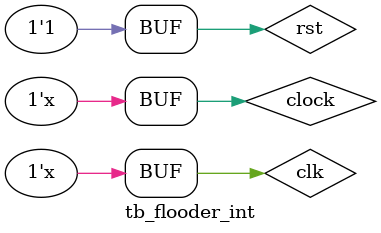
<source format=v>
`timescale 1ns/1ps
module tb_flooder_int();
    parameter half_clock = (1_000_000_000/(27*1000000))/2;
    reg clock;
    wire clk;
    assign clk = clock;
    wire rst;
    assign rst = 1;
    wire tx;
    reg period_clock;
    always begin
        #half_clock
        clock = ~clock;
    end
    wire avail;
    wire[7:0] data_out;
    flooder_int flod(.tx(tx), .clk(clk), .rst(rst));
    rx_module rxm(.rx(tx), .clock(clk), .rst(rst), .data(data_out), .avail(avail));
    always@(posedge avail)begin
        $display("received %d", data_out);
    end
    always@(flod.sender.state)begin
        $display("state = %d", flod.sender.state);
    end

endmodule
</source>
